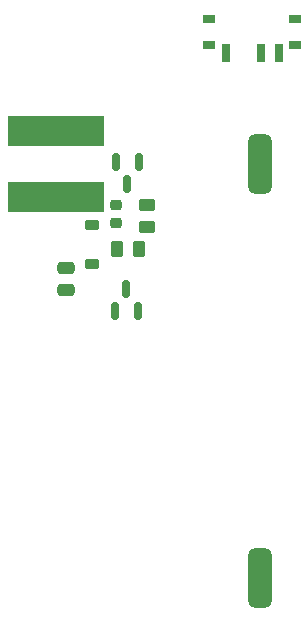
<source format=gbr>
%TF.GenerationSoftware,KiCad,Pcbnew,7.0.1*%
%TF.CreationDate,2024-04-03T13:53:06+02:00*%
%TF.ProjectId,filament,66696c61-6d65-46e7-942e-6b696361645f,rev?*%
%TF.SameCoordinates,Original*%
%TF.FileFunction,Paste,Bot*%
%TF.FilePolarity,Positive*%
%FSLAX46Y46*%
G04 Gerber Fmt 4.6, Leading zero omitted, Abs format (unit mm)*
G04 Created by KiCad (PCBNEW 7.0.1) date 2024-04-03 13:53:06*
%MOMM*%
%LPD*%
G01*
G04 APERTURE LIST*
G04 Aperture macros list*
%AMRoundRect*
0 Rectangle with rounded corners*
0 $1 Rounding radius*
0 $2 $3 $4 $5 $6 $7 $8 $9 X,Y pos of 4 corners*
0 Add a 4 corners polygon primitive as box body*
4,1,4,$2,$3,$4,$5,$6,$7,$8,$9,$2,$3,0*
0 Add four circle primitives for the rounded corners*
1,1,$1+$1,$2,$3*
1,1,$1+$1,$4,$5*
1,1,$1+$1,$6,$7*
1,1,$1+$1,$8,$9*
0 Add four rect primitives between the rounded corners*
20,1,$1+$1,$2,$3,$4,$5,0*
20,1,$1+$1,$4,$5,$6,$7,0*
20,1,$1+$1,$6,$7,$8,$9,0*
20,1,$1+$1,$8,$9,$2,$3,0*%
G04 Aperture macros list end*
%ADD10RoundRect,0.500000X0.500000X-2.000000X0.500000X2.000000X-0.500000X2.000000X-0.500000X-2.000000X0*%
%ADD11RoundRect,0.250000X-0.450000X0.262500X-0.450000X-0.262500X0.450000X-0.262500X0.450000X0.262500X0*%
%ADD12RoundRect,0.225000X0.375000X-0.225000X0.375000X0.225000X-0.375000X0.225000X-0.375000X-0.225000X0*%
%ADD13RoundRect,0.150000X-0.150000X0.587500X-0.150000X-0.587500X0.150000X-0.587500X0.150000X0.587500X0*%
%ADD14R,8.200000X2.600000*%
%ADD15RoundRect,0.250000X-0.262500X-0.450000X0.262500X-0.450000X0.262500X0.450000X-0.262500X0.450000X0*%
%ADD16RoundRect,0.150000X0.150000X-0.587500X0.150000X0.587500X-0.150000X0.587500X-0.150000X-0.587500X0*%
%ADD17RoundRect,0.250000X-0.475000X0.250000X-0.475000X-0.250000X0.475000X-0.250000X0.475000X0.250000X0*%
%ADD18R,0.700000X1.500000*%
%ADD19R,1.000000X0.800000*%
%ADD20RoundRect,0.225000X-0.250000X0.225000X-0.250000X-0.225000X0.250000X-0.225000X0.250000X0.225000X0*%
G04 APERTURE END LIST*
D10*
%TO.C,D2*%
X146300000Y-115000000D03*
X146300000Y-80000000D03*
%TD*%
D11*
%TO.C,R1*%
X136700000Y-85312500D03*
X136700000Y-83487500D03*
%TD*%
D12*
%TO.C,D1*%
X132078596Y-85150000D03*
X132078596Y-88450000D03*
%TD*%
D13*
%TO.C,Q1*%
X135033596Y-81697500D03*
X135983596Y-79822500D03*
X134083596Y-79822500D03*
%TD*%
D14*
%TO.C,L1*%
X128978596Y-82800000D03*
X128978596Y-77200000D03*
%TD*%
D15*
%TO.C,R2*%
X136012500Y-87200000D03*
X134187500Y-87200000D03*
%TD*%
D16*
%TO.C,Q2*%
X134950000Y-90525000D03*
X134000000Y-92400000D03*
X135900000Y-92400000D03*
%TD*%
D17*
%TO.C,C2*%
X129878596Y-90650000D03*
X129878596Y-88750000D03*
%TD*%
D18*
%TO.C,SW1*%
X147850000Y-70550000D03*
X146350000Y-70550000D03*
X143350000Y-70550000D03*
D19*
X149250000Y-69900000D03*
X149250000Y-67700000D03*
X141950000Y-69900000D03*
X141950000Y-67700000D03*
%TD*%
D20*
%TO.C,C1*%
X134078596Y-84975000D03*
X134078596Y-83425000D03*
%TD*%
M02*

</source>
